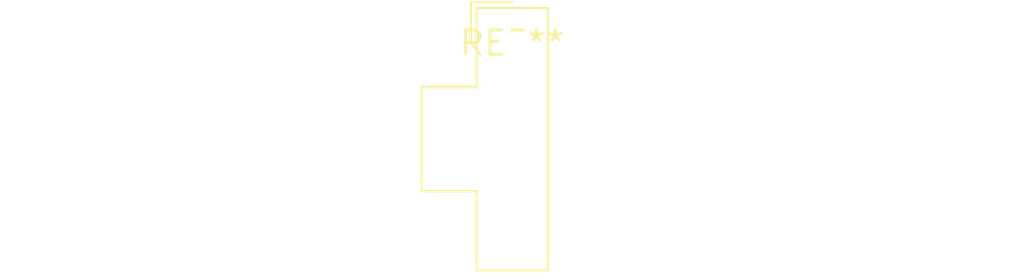
<source format=kicad_pcb>
(kicad_pcb (version 20240108) (generator pcbnew)
  (layers (0 "F.Cu" signal) (31 "B.Cu" signal) (34 "B.Paste" user) (35 "F.Paste" user) (36 "B.SilkS" user "B.Silkscreen") (37 "F.SilkS" user "F.Silkscreen") (38 "B.Mask" user) (39 "F.Mask" user) (44 "Edge.Cuts" user))
  (net 0 "")
  (footprint "Molex_Nano-Fit_105309-xx05_1x05_P2.50mm_Vertical" (layer "F.Cu") (at 0 0)
    (property "Reference" "REF**")
    (property "Value" "Molex_Nano-Fit_105309-xx05_1x05_P2.50mm_Vertical")
    (fp_line (start -4.71 2.29) (end -4.71 5) (layer "F.SilkS") (stroke (width 0.12)))
    (fp_line (start -4.71 7.71) (end -4.71 5) (layer "F.SilkS") (stroke (width 0.12)))
    (fp_line (start -2.15 -2.13) (end -2.15 0) (layer "F.SilkS") (stroke (width 0.12)))
    (fp_line (start -1.85 -1.83) (end -1.85 2.29) (layer "F.SilkS") (stroke (width 0.12)))
    (fp_line (start -1.85 2.29) (end -4.71 2.29) (layer "F.SilkS") (stroke (width 0.12)))
    (fp_line (start -1.85 7.71) (end -4.71 7.71) (layer "F.SilkS") (stroke (width 0.12)))
    (fp_line (start -1.85 11.83) (end -1.85 7.71) (layer "F.SilkS") (stroke (width 0.12)))
    (fp_line (start 0 -2.13) (end -2.15 -2.13) (layer "F.SilkS") (stroke (width 0.12)))
    (fp_line (start 1.85 -1.83) (end -1.85 -1.83) (layer "F.SilkS") (stroke (width 0.12)))
    (fp_line (start 1.85 5) (end 1.85 -1.83) (layer "F.SilkS") (stroke (width 0.12)))
    (fp_line (start 1.85 5) (end 1.85 11.83) (layer "F.SilkS") (stroke (width 0.12)))
    (fp_line (start 1.85 11.83) (end -1.85 11.83) (layer "F.SilkS") (stroke (width 0.12)))
    (pad "" np_thru_hole circle (at -1.34 3.75) (size 1.3 1.3) (drill 1.3) (layers *.Cu *.Mask))
    (pad "1" thru_hole roundrect (at 0 0) (size 2.2 1.7) (drill 1.2) (layers *.Cu *.Mask) (remove_unused_layers) (roundrect_rratio 0.147059))
    (pad "2" thru_hole oval (at 0 2.5) (size 2.2 1.7) (drill 1.2) (layers *.Cu *.Mask) (remove_unused_layers))
    (pad "3" thru_hole oval (at 0 5) (size 2.2 1.7) (drill 1.2) (layers *.Cu *.Mask) (remove_unused_layers))
    (pad "4" thru_hole oval (at 0 7.5) (size 2.2 1.7) (drill 1.2) (layers *.Cu *.Mask) (remove_unused_layers))
    (pad "5" thru_hole oval (at 0 10) (size 2.2 1.7) (drill 1.2) (layers *.Cu *.Mask) (remove_unused_layers))
  )
)
</source>
